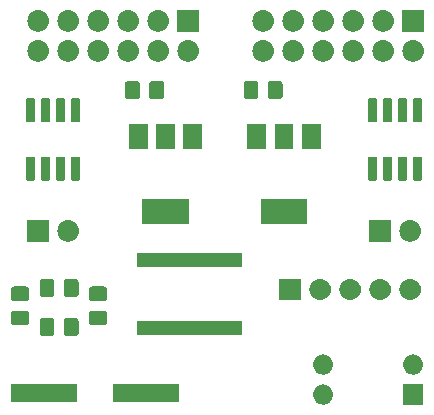
<source format=gbr>
G04 #@! TF.GenerationSoftware,KiCad,Pcbnew,5.1.4-e60b266~84~ubuntu19.04.1*
G04 #@! TF.CreationDate,2020-01-26T15:48:04+11:00*
G04 #@! TF.ProjectId,sid-board_ldo_supplies,7369642d-626f-4617-9264-5f6c646f5f73,rev?*
G04 #@! TF.SameCoordinates,Original*
G04 #@! TF.FileFunction,Soldermask,Top*
G04 #@! TF.FilePolarity,Negative*
%FSLAX46Y46*%
G04 Gerber Fmt 4.6, Leading zero omitted, Abs format (unit mm)*
G04 Created by KiCad (PCBNEW 5.1.4-e60b266~84~ubuntu19.04.1) date 2020-01-26 15:48:04*
%MOMM*%
%LPD*%
G04 APERTURE LIST*
%ADD10C,0.100000*%
G04 APERTURE END LIST*
D10*
G36*
X101181000Y-96736000D02*
G01*
X99479000Y-96736000D01*
X99479000Y-95034000D01*
X101181000Y-95034000D01*
X101181000Y-96736000D01*
X101181000Y-96736000D01*
G37*
G36*
X92876823Y-95046313D02*
G01*
X93037242Y-95094976D01*
X93169906Y-95165886D01*
X93185078Y-95173996D01*
X93314659Y-95280341D01*
X93421004Y-95409922D01*
X93421005Y-95409924D01*
X93500024Y-95557758D01*
X93548687Y-95718177D01*
X93565117Y-95885000D01*
X93548687Y-96051823D01*
X93500024Y-96212242D01*
X93429114Y-96344906D01*
X93421004Y-96360078D01*
X93314659Y-96489659D01*
X93185078Y-96596004D01*
X93185076Y-96596005D01*
X93037242Y-96675024D01*
X92876823Y-96723687D01*
X92751804Y-96736000D01*
X92668196Y-96736000D01*
X92543177Y-96723687D01*
X92382758Y-96675024D01*
X92234924Y-96596005D01*
X92234922Y-96596004D01*
X92105341Y-96489659D01*
X91998996Y-96360078D01*
X91990886Y-96344906D01*
X91919976Y-96212242D01*
X91871313Y-96051823D01*
X91854883Y-95885000D01*
X91871313Y-95718177D01*
X91919976Y-95557758D01*
X91998995Y-95409924D01*
X91998996Y-95409922D01*
X92105341Y-95280341D01*
X92234922Y-95173996D01*
X92250094Y-95165886D01*
X92382758Y-95094976D01*
X92543177Y-95046313D01*
X92668196Y-95034000D01*
X92751804Y-95034000D01*
X92876823Y-95046313D01*
X92876823Y-95046313D01*
G37*
G36*
X80525000Y-96559000D02*
G01*
X74923000Y-96559000D01*
X74923000Y-94957000D01*
X80525000Y-94957000D01*
X80525000Y-96559000D01*
X80525000Y-96559000D01*
G37*
G36*
X71889000Y-96559000D02*
G01*
X66287000Y-96559000D01*
X66287000Y-94957000D01*
X71889000Y-94957000D01*
X71889000Y-96559000D01*
X71889000Y-96559000D01*
G37*
G36*
X100496823Y-92506313D02*
G01*
X100657242Y-92554976D01*
X100789906Y-92625886D01*
X100805078Y-92633996D01*
X100934659Y-92740341D01*
X101041004Y-92869922D01*
X101041005Y-92869924D01*
X101120024Y-93017758D01*
X101168687Y-93178177D01*
X101185117Y-93345000D01*
X101168687Y-93511823D01*
X101120024Y-93672242D01*
X101049114Y-93804906D01*
X101041004Y-93820078D01*
X100934659Y-93949659D01*
X100805078Y-94056004D01*
X100805076Y-94056005D01*
X100657242Y-94135024D01*
X100496823Y-94183687D01*
X100371804Y-94196000D01*
X100288196Y-94196000D01*
X100163177Y-94183687D01*
X100002758Y-94135024D01*
X99854924Y-94056005D01*
X99854922Y-94056004D01*
X99725341Y-93949659D01*
X99618996Y-93820078D01*
X99610886Y-93804906D01*
X99539976Y-93672242D01*
X99491313Y-93511823D01*
X99474883Y-93345000D01*
X99491313Y-93178177D01*
X99539976Y-93017758D01*
X99618995Y-92869924D01*
X99618996Y-92869922D01*
X99725341Y-92740341D01*
X99854922Y-92633996D01*
X99870094Y-92625886D01*
X100002758Y-92554976D01*
X100163177Y-92506313D01*
X100288196Y-92494000D01*
X100371804Y-92494000D01*
X100496823Y-92506313D01*
X100496823Y-92506313D01*
G37*
G36*
X92876823Y-92506313D02*
G01*
X93037242Y-92554976D01*
X93169906Y-92625886D01*
X93185078Y-92633996D01*
X93314659Y-92740341D01*
X93421004Y-92869922D01*
X93421005Y-92869924D01*
X93500024Y-93017758D01*
X93548687Y-93178177D01*
X93565117Y-93345000D01*
X93548687Y-93511823D01*
X93500024Y-93672242D01*
X93429114Y-93804906D01*
X93421004Y-93820078D01*
X93314659Y-93949659D01*
X93185078Y-94056004D01*
X93185076Y-94056005D01*
X93037242Y-94135024D01*
X92876823Y-94183687D01*
X92751804Y-94196000D01*
X92668196Y-94196000D01*
X92543177Y-94183687D01*
X92382758Y-94135024D01*
X92234924Y-94056005D01*
X92234922Y-94056004D01*
X92105341Y-93949659D01*
X91998996Y-93820078D01*
X91990886Y-93804906D01*
X91919976Y-93672242D01*
X91871313Y-93511823D01*
X91854883Y-93345000D01*
X91871313Y-93178177D01*
X91919976Y-93017758D01*
X91998995Y-92869924D01*
X91998996Y-92869922D01*
X92105341Y-92740341D01*
X92234922Y-92633996D01*
X92250094Y-92625886D01*
X92382758Y-92554976D01*
X92543177Y-92506313D01*
X92668196Y-92494000D01*
X92751804Y-92494000D01*
X92876823Y-92506313D01*
X92876823Y-92506313D01*
G37*
G36*
X69796674Y-89423465D02*
G01*
X69834367Y-89434899D01*
X69869103Y-89453466D01*
X69899548Y-89478452D01*
X69924534Y-89508897D01*
X69943101Y-89543633D01*
X69954535Y-89581326D01*
X69959000Y-89626661D01*
X69959000Y-90713339D01*
X69954535Y-90758674D01*
X69943101Y-90796367D01*
X69924534Y-90831103D01*
X69899548Y-90861548D01*
X69869103Y-90886534D01*
X69834367Y-90905101D01*
X69796674Y-90916535D01*
X69751339Y-90921000D01*
X68914661Y-90921000D01*
X68869326Y-90916535D01*
X68831633Y-90905101D01*
X68796897Y-90886534D01*
X68766452Y-90861548D01*
X68741466Y-90831103D01*
X68722899Y-90796367D01*
X68711465Y-90758674D01*
X68707000Y-90713339D01*
X68707000Y-89626661D01*
X68711465Y-89581326D01*
X68722899Y-89543633D01*
X68741466Y-89508897D01*
X68766452Y-89478452D01*
X68796897Y-89453466D01*
X68831633Y-89434899D01*
X68869326Y-89423465D01*
X68914661Y-89419000D01*
X69751339Y-89419000D01*
X69796674Y-89423465D01*
X69796674Y-89423465D01*
G37*
G36*
X71846674Y-89423465D02*
G01*
X71884367Y-89434899D01*
X71919103Y-89453466D01*
X71949548Y-89478452D01*
X71974534Y-89508897D01*
X71993101Y-89543633D01*
X72004535Y-89581326D01*
X72009000Y-89626661D01*
X72009000Y-90713339D01*
X72004535Y-90758674D01*
X71993101Y-90796367D01*
X71974534Y-90831103D01*
X71949548Y-90861548D01*
X71919103Y-90886534D01*
X71884367Y-90905101D01*
X71846674Y-90916535D01*
X71801339Y-90921000D01*
X70964661Y-90921000D01*
X70919326Y-90916535D01*
X70881633Y-90905101D01*
X70846897Y-90886534D01*
X70816452Y-90861548D01*
X70791466Y-90831103D01*
X70772899Y-90796367D01*
X70761465Y-90758674D01*
X70757000Y-90713339D01*
X70757000Y-89626661D01*
X70761465Y-89581326D01*
X70772899Y-89543633D01*
X70791466Y-89508897D01*
X70816452Y-89478452D01*
X70846897Y-89453466D01*
X70881633Y-89434899D01*
X70919326Y-89423465D01*
X70964661Y-89419000D01*
X71801339Y-89419000D01*
X71846674Y-89423465D01*
X71846674Y-89423465D01*
G37*
G36*
X85883000Y-90827000D02*
G01*
X76931000Y-90827000D01*
X76931000Y-89625000D01*
X85883000Y-89625000D01*
X85883000Y-90827000D01*
X85883000Y-90827000D01*
G37*
G36*
X67644674Y-88795465D02*
G01*
X67682367Y-88806899D01*
X67717103Y-88825466D01*
X67747548Y-88850452D01*
X67772534Y-88880897D01*
X67791101Y-88915633D01*
X67802535Y-88953326D01*
X67807000Y-88998661D01*
X67807000Y-89835339D01*
X67802535Y-89880674D01*
X67791101Y-89918367D01*
X67772534Y-89953103D01*
X67747548Y-89983548D01*
X67717103Y-90008534D01*
X67682367Y-90027101D01*
X67644674Y-90038535D01*
X67599339Y-90043000D01*
X66512661Y-90043000D01*
X66467326Y-90038535D01*
X66429633Y-90027101D01*
X66394897Y-90008534D01*
X66364452Y-89983548D01*
X66339466Y-89953103D01*
X66320899Y-89918367D01*
X66309465Y-89880674D01*
X66305000Y-89835339D01*
X66305000Y-88998661D01*
X66309465Y-88953326D01*
X66320899Y-88915633D01*
X66339466Y-88880897D01*
X66364452Y-88850452D01*
X66394897Y-88825466D01*
X66429633Y-88806899D01*
X66467326Y-88795465D01*
X66512661Y-88791000D01*
X67599339Y-88791000D01*
X67644674Y-88795465D01*
X67644674Y-88795465D01*
G37*
G36*
X74248674Y-88795465D02*
G01*
X74286367Y-88806899D01*
X74321103Y-88825466D01*
X74351548Y-88850452D01*
X74376534Y-88880897D01*
X74395101Y-88915633D01*
X74406535Y-88953326D01*
X74411000Y-88998661D01*
X74411000Y-89835339D01*
X74406535Y-89880674D01*
X74395101Y-89918367D01*
X74376534Y-89953103D01*
X74351548Y-89983548D01*
X74321103Y-90008534D01*
X74286367Y-90027101D01*
X74248674Y-90038535D01*
X74203339Y-90043000D01*
X73116661Y-90043000D01*
X73071326Y-90038535D01*
X73033633Y-90027101D01*
X72998897Y-90008534D01*
X72968452Y-89983548D01*
X72943466Y-89953103D01*
X72924899Y-89918367D01*
X72913465Y-89880674D01*
X72909000Y-89835339D01*
X72909000Y-88998661D01*
X72913465Y-88953326D01*
X72924899Y-88915633D01*
X72943466Y-88880897D01*
X72968452Y-88850452D01*
X72998897Y-88825466D01*
X73033633Y-88806899D01*
X73071326Y-88795465D01*
X73116661Y-88791000D01*
X74203339Y-88791000D01*
X74248674Y-88795465D01*
X74248674Y-88795465D01*
G37*
G36*
X74248674Y-86745465D02*
G01*
X74286367Y-86756899D01*
X74321103Y-86775466D01*
X74351548Y-86800452D01*
X74376534Y-86830897D01*
X74395101Y-86865633D01*
X74406535Y-86903326D01*
X74411000Y-86948661D01*
X74411000Y-87785339D01*
X74406535Y-87830674D01*
X74395101Y-87868367D01*
X74376534Y-87903103D01*
X74351548Y-87933548D01*
X74321103Y-87958534D01*
X74286367Y-87977101D01*
X74248674Y-87988535D01*
X74203339Y-87993000D01*
X73116661Y-87993000D01*
X73071326Y-87988535D01*
X73033633Y-87977101D01*
X72998897Y-87958534D01*
X72968452Y-87933548D01*
X72943466Y-87903103D01*
X72924899Y-87868367D01*
X72913465Y-87830674D01*
X72909000Y-87785339D01*
X72909000Y-86948661D01*
X72913465Y-86903326D01*
X72924899Y-86865633D01*
X72943466Y-86830897D01*
X72968452Y-86800452D01*
X72998897Y-86775466D01*
X73033633Y-86756899D01*
X73071326Y-86745465D01*
X73116661Y-86741000D01*
X74203339Y-86741000D01*
X74248674Y-86745465D01*
X74248674Y-86745465D01*
G37*
G36*
X67644674Y-86745465D02*
G01*
X67682367Y-86756899D01*
X67717103Y-86775466D01*
X67747548Y-86800452D01*
X67772534Y-86830897D01*
X67791101Y-86865633D01*
X67802535Y-86903326D01*
X67807000Y-86948661D01*
X67807000Y-87785339D01*
X67802535Y-87830674D01*
X67791101Y-87868367D01*
X67772534Y-87903103D01*
X67747548Y-87933548D01*
X67717103Y-87958534D01*
X67682367Y-87977101D01*
X67644674Y-87988535D01*
X67599339Y-87993000D01*
X66512661Y-87993000D01*
X66467326Y-87988535D01*
X66429633Y-87977101D01*
X66394897Y-87958534D01*
X66364452Y-87933548D01*
X66339466Y-87903103D01*
X66320899Y-87868367D01*
X66309465Y-87830674D01*
X66305000Y-87785339D01*
X66305000Y-86948661D01*
X66309465Y-86903326D01*
X66320899Y-86865633D01*
X66339466Y-86830897D01*
X66364452Y-86800452D01*
X66394897Y-86775466D01*
X66429633Y-86756899D01*
X66467326Y-86745465D01*
X66512661Y-86741000D01*
X67599339Y-86741000D01*
X67644674Y-86745465D01*
X67644674Y-86745465D01*
G37*
G36*
X90817000Y-87896000D02*
G01*
X89015000Y-87896000D01*
X89015000Y-86094000D01*
X90817000Y-86094000D01*
X90817000Y-87896000D01*
X90817000Y-87896000D01*
G37*
G36*
X92566442Y-86100518D02*
G01*
X92632627Y-86107037D01*
X92802466Y-86158557D01*
X92958991Y-86242222D01*
X92994729Y-86271552D01*
X93096186Y-86354814D01*
X93179448Y-86456271D01*
X93208778Y-86492009D01*
X93292443Y-86648534D01*
X93343963Y-86818373D01*
X93361359Y-86995000D01*
X93343963Y-87171627D01*
X93292443Y-87341466D01*
X93292442Y-87341468D01*
X93261196Y-87399925D01*
X93208778Y-87497991D01*
X93208739Y-87498038D01*
X93096186Y-87635186D01*
X92994729Y-87718448D01*
X92958991Y-87747778D01*
X92802466Y-87831443D01*
X92632627Y-87882963D01*
X92566443Y-87889481D01*
X92500260Y-87896000D01*
X92411740Y-87896000D01*
X92345557Y-87889481D01*
X92279373Y-87882963D01*
X92109534Y-87831443D01*
X91953009Y-87747778D01*
X91917271Y-87718448D01*
X91815814Y-87635186D01*
X91703261Y-87498038D01*
X91703222Y-87497991D01*
X91650804Y-87399925D01*
X91619558Y-87341468D01*
X91619557Y-87341466D01*
X91568037Y-87171627D01*
X91550641Y-86995000D01*
X91568037Y-86818373D01*
X91619557Y-86648534D01*
X91703222Y-86492009D01*
X91732552Y-86456271D01*
X91815814Y-86354814D01*
X91917271Y-86271552D01*
X91953009Y-86242222D01*
X92109534Y-86158557D01*
X92279373Y-86107037D01*
X92345558Y-86100518D01*
X92411740Y-86094000D01*
X92500260Y-86094000D01*
X92566442Y-86100518D01*
X92566442Y-86100518D01*
G37*
G36*
X95106442Y-86100518D02*
G01*
X95172627Y-86107037D01*
X95342466Y-86158557D01*
X95498991Y-86242222D01*
X95534729Y-86271552D01*
X95636186Y-86354814D01*
X95719448Y-86456271D01*
X95748778Y-86492009D01*
X95832443Y-86648534D01*
X95883963Y-86818373D01*
X95901359Y-86995000D01*
X95883963Y-87171627D01*
X95832443Y-87341466D01*
X95832442Y-87341468D01*
X95801196Y-87399925D01*
X95748778Y-87497991D01*
X95748739Y-87498038D01*
X95636186Y-87635186D01*
X95534729Y-87718448D01*
X95498991Y-87747778D01*
X95342466Y-87831443D01*
X95172627Y-87882963D01*
X95106443Y-87889481D01*
X95040260Y-87896000D01*
X94951740Y-87896000D01*
X94885557Y-87889481D01*
X94819373Y-87882963D01*
X94649534Y-87831443D01*
X94493009Y-87747778D01*
X94457271Y-87718448D01*
X94355814Y-87635186D01*
X94243261Y-87498038D01*
X94243222Y-87497991D01*
X94190804Y-87399925D01*
X94159558Y-87341468D01*
X94159557Y-87341466D01*
X94108037Y-87171627D01*
X94090641Y-86995000D01*
X94108037Y-86818373D01*
X94159557Y-86648534D01*
X94243222Y-86492009D01*
X94272552Y-86456271D01*
X94355814Y-86354814D01*
X94457271Y-86271552D01*
X94493009Y-86242222D01*
X94649534Y-86158557D01*
X94819373Y-86107037D01*
X94885558Y-86100518D01*
X94951740Y-86094000D01*
X95040260Y-86094000D01*
X95106442Y-86100518D01*
X95106442Y-86100518D01*
G37*
G36*
X97646442Y-86100518D02*
G01*
X97712627Y-86107037D01*
X97882466Y-86158557D01*
X98038991Y-86242222D01*
X98074729Y-86271552D01*
X98176186Y-86354814D01*
X98259448Y-86456271D01*
X98288778Y-86492009D01*
X98372443Y-86648534D01*
X98423963Y-86818373D01*
X98441359Y-86995000D01*
X98423963Y-87171627D01*
X98372443Y-87341466D01*
X98372442Y-87341468D01*
X98341196Y-87399925D01*
X98288778Y-87497991D01*
X98288739Y-87498038D01*
X98176186Y-87635186D01*
X98074729Y-87718448D01*
X98038991Y-87747778D01*
X97882466Y-87831443D01*
X97712627Y-87882963D01*
X97646443Y-87889481D01*
X97580260Y-87896000D01*
X97491740Y-87896000D01*
X97425557Y-87889481D01*
X97359373Y-87882963D01*
X97189534Y-87831443D01*
X97033009Y-87747778D01*
X96997271Y-87718448D01*
X96895814Y-87635186D01*
X96783261Y-87498038D01*
X96783222Y-87497991D01*
X96730804Y-87399925D01*
X96699558Y-87341468D01*
X96699557Y-87341466D01*
X96648037Y-87171627D01*
X96630641Y-86995000D01*
X96648037Y-86818373D01*
X96699557Y-86648534D01*
X96783222Y-86492009D01*
X96812552Y-86456271D01*
X96895814Y-86354814D01*
X96997271Y-86271552D01*
X97033009Y-86242222D01*
X97189534Y-86158557D01*
X97359373Y-86107037D01*
X97425558Y-86100518D01*
X97491740Y-86094000D01*
X97580260Y-86094000D01*
X97646442Y-86100518D01*
X97646442Y-86100518D01*
G37*
G36*
X100186442Y-86100518D02*
G01*
X100252627Y-86107037D01*
X100422466Y-86158557D01*
X100578991Y-86242222D01*
X100614729Y-86271552D01*
X100716186Y-86354814D01*
X100799448Y-86456271D01*
X100828778Y-86492009D01*
X100912443Y-86648534D01*
X100963963Y-86818373D01*
X100981359Y-86995000D01*
X100963963Y-87171627D01*
X100912443Y-87341466D01*
X100912442Y-87341468D01*
X100881196Y-87399925D01*
X100828778Y-87497991D01*
X100828739Y-87498038D01*
X100716186Y-87635186D01*
X100614729Y-87718448D01*
X100578991Y-87747778D01*
X100422466Y-87831443D01*
X100252627Y-87882963D01*
X100186443Y-87889481D01*
X100120260Y-87896000D01*
X100031740Y-87896000D01*
X99965557Y-87889481D01*
X99899373Y-87882963D01*
X99729534Y-87831443D01*
X99573009Y-87747778D01*
X99537271Y-87718448D01*
X99435814Y-87635186D01*
X99323261Y-87498038D01*
X99323222Y-87497991D01*
X99270804Y-87399925D01*
X99239558Y-87341468D01*
X99239557Y-87341466D01*
X99188037Y-87171627D01*
X99170641Y-86995000D01*
X99188037Y-86818373D01*
X99239557Y-86648534D01*
X99323222Y-86492009D01*
X99352552Y-86456271D01*
X99435814Y-86354814D01*
X99537271Y-86271552D01*
X99573009Y-86242222D01*
X99729534Y-86158557D01*
X99899373Y-86107037D01*
X99965558Y-86100518D01*
X100031740Y-86094000D01*
X100120260Y-86094000D01*
X100186442Y-86100518D01*
X100186442Y-86100518D01*
G37*
G36*
X71846674Y-86121465D02*
G01*
X71884367Y-86132899D01*
X71919103Y-86151466D01*
X71949548Y-86176452D01*
X71974534Y-86206897D01*
X71993101Y-86241633D01*
X72004535Y-86279326D01*
X72009000Y-86324661D01*
X72009000Y-87411339D01*
X72004535Y-87456674D01*
X71993101Y-87494367D01*
X71974534Y-87529103D01*
X71949548Y-87559548D01*
X71919103Y-87584534D01*
X71884367Y-87603101D01*
X71846674Y-87614535D01*
X71801339Y-87619000D01*
X70964661Y-87619000D01*
X70919326Y-87614535D01*
X70881633Y-87603101D01*
X70846897Y-87584534D01*
X70816452Y-87559548D01*
X70791466Y-87529103D01*
X70772899Y-87494367D01*
X70761465Y-87456674D01*
X70757000Y-87411339D01*
X70757000Y-86324661D01*
X70761465Y-86279326D01*
X70772899Y-86241633D01*
X70791466Y-86206897D01*
X70816452Y-86176452D01*
X70846897Y-86151466D01*
X70881633Y-86132899D01*
X70919326Y-86121465D01*
X70964661Y-86117000D01*
X71801339Y-86117000D01*
X71846674Y-86121465D01*
X71846674Y-86121465D01*
G37*
G36*
X69796674Y-86121465D02*
G01*
X69834367Y-86132899D01*
X69869103Y-86151466D01*
X69899548Y-86176452D01*
X69924534Y-86206897D01*
X69943101Y-86241633D01*
X69954535Y-86279326D01*
X69959000Y-86324661D01*
X69959000Y-87411339D01*
X69954535Y-87456674D01*
X69943101Y-87494367D01*
X69924534Y-87529103D01*
X69899548Y-87559548D01*
X69869103Y-87584534D01*
X69834367Y-87603101D01*
X69796674Y-87614535D01*
X69751339Y-87619000D01*
X68914661Y-87619000D01*
X68869326Y-87614535D01*
X68831633Y-87603101D01*
X68796897Y-87584534D01*
X68766452Y-87559548D01*
X68741466Y-87529103D01*
X68722899Y-87494367D01*
X68711465Y-87456674D01*
X68707000Y-87411339D01*
X68707000Y-86324661D01*
X68711465Y-86279326D01*
X68722899Y-86241633D01*
X68741466Y-86206897D01*
X68766452Y-86176452D01*
X68796897Y-86151466D01*
X68831633Y-86132899D01*
X68869326Y-86121465D01*
X68914661Y-86117000D01*
X69751339Y-86117000D01*
X69796674Y-86121465D01*
X69796674Y-86121465D01*
G37*
G36*
X85883000Y-85127000D02*
G01*
X76931000Y-85127000D01*
X76931000Y-83925000D01*
X85883000Y-83925000D01*
X85883000Y-85127000D01*
X85883000Y-85127000D01*
G37*
G36*
X98437000Y-82943000D02*
G01*
X96635000Y-82943000D01*
X96635000Y-81141000D01*
X98437000Y-81141000D01*
X98437000Y-82943000D01*
X98437000Y-82943000D01*
G37*
G36*
X69481000Y-82943000D02*
G01*
X67679000Y-82943000D01*
X67679000Y-81141000D01*
X69481000Y-81141000D01*
X69481000Y-82943000D01*
X69481000Y-82943000D01*
G37*
G36*
X71230443Y-81147519D02*
G01*
X71296627Y-81154037D01*
X71466466Y-81205557D01*
X71622991Y-81289222D01*
X71658729Y-81318552D01*
X71760186Y-81401814D01*
X71843448Y-81503271D01*
X71872778Y-81539009D01*
X71956443Y-81695534D01*
X72007963Y-81865373D01*
X72025359Y-82042000D01*
X72007963Y-82218627D01*
X71956443Y-82388466D01*
X71872778Y-82544991D01*
X71843448Y-82580729D01*
X71760186Y-82682186D01*
X71658729Y-82765448D01*
X71622991Y-82794778D01*
X71466466Y-82878443D01*
X71296627Y-82929963D01*
X71230443Y-82936481D01*
X71164260Y-82943000D01*
X71075740Y-82943000D01*
X71009557Y-82936481D01*
X70943373Y-82929963D01*
X70773534Y-82878443D01*
X70617009Y-82794778D01*
X70581271Y-82765448D01*
X70479814Y-82682186D01*
X70396552Y-82580729D01*
X70367222Y-82544991D01*
X70283557Y-82388466D01*
X70232037Y-82218627D01*
X70214641Y-82042000D01*
X70232037Y-81865373D01*
X70283557Y-81695534D01*
X70367222Y-81539009D01*
X70396552Y-81503271D01*
X70479814Y-81401814D01*
X70581271Y-81318552D01*
X70617009Y-81289222D01*
X70773534Y-81205557D01*
X70943373Y-81154037D01*
X71009557Y-81147519D01*
X71075740Y-81141000D01*
X71164260Y-81141000D01*
X71230443Y-81147519D01*
X71230443Y-81147519D01*
G37*
G36*
X100186443Y-81147519D02*
G01*
X100252627Y-81154037D01*
X100422466Y-81205557D01*
X100578991Y-81289222D01*
X100614729Y-81318552D01*
X100716186Y-81401814D01*
X100799448Y-81503271D01*
X100828778Y-81539009D01*
X100912443Y-81695534D01*
X100963963Y-81865373D01*
X100981359Y-82042000D01*
X100963963Y-82218627D01*
X100912443Y-82388466D01*
X100828778Y-82544991D01*
X100799448Y-82580729D01*
X100716186Y-82682186D01*
X100614729Y-82765448D01*
X100578991Y-82794778D01*
X100422466Y-82878443D01*
X100252627Y-82929963D01*
X100186443Y-82936481D01*
X100120260Y-82943000D01*
X100031740Y-82943000D01*
X99965557Y-82936481D01*
X99899373Y-82929963D01*
X99729534Y-82878443D01*
X99573009Y-82794778D01*
X99537271Y-82765448D01*
X99435814Y-82682186D01*
X99352552Y-82580729D01*
X99323222Y-82544991D01*
X99239557Y-82388466D01*
X99188037Y-82218627D01*
X99170641Y-82042000D01*
X99188037Y-81865373D01*
X99239557Y-81695534D01*
X99323222Y-81539009D01*
X99352552Y-81503271D01*
X99435814Y-81401814D01*
X99537271Y-81318552D01*
X99573009Y-81289222D01*
X99729534Y-81205557D01*
X99899373Y-81154037D01*
X99965557Y-81147519D01*
X100031740Y-81141000D01*
X100120260Y-81141000D01*
X100186443Y-81147519D01*
X100186443Y-81147519D01*
G37*
G36*
X81326000Y-81417000D02*
G01*
X77424000Y-81417000D01*
X77424000Y-79315000D01*
X81326000Y-79315000D01*
X81326000Y-81417000D01*
X81326000Y-81417000D01*
G37*
G36*
X91359000Y-81417000D02*
G01*
X87457000Y-81417000D01*
X87457000Y-79315000D01*
X91359000Y-79315000D01*
X91359000Y-81417000D01*
X91359000Y-81417000D01*
G37*
G36*
X70744928Y-75746764D02*
G01*
X70766009Y-75753160D01*
X70785445Y-75763548D01*
X70802476Y-75777524D01*
X70816452Y-75794555D01*
X70826840Y-75813991D01*
X70833236Y-75835072D01*
X70836000Y-75863140D01*
X70836000Y-77676860D01*
X70833236Y-77704928D01*
X70826840Y-77726009D01*
X70816452Y-77745445D01*
X70802476Y-77762476D01*
X70785445Y-77776452D01*
X70766009Y-77786840D01*
X70744928Y-77793236D01*
X70716860Y-77796000D01*
X70253140Y-77796000D01*
X70225072Y-77793236D01*
X70203991Y-77786840D01*
X70184555Y-77776452D01*
X70167524Y-77762476D01*
X70153548Y-77745445D01*
X70143160Y-77726009D01*
X70136764Y-77704928D01*
X70134000Y-77676860D01*
X70134000Y-75863140D01*
X70136764Y-75835072D01*
X70143160Y-75813991D01*
X70153548Y-75794555D01*
X70167524Y-75777524D01*
X70184555Y-75763548D01*
X70203991Y-75753160D01*
X70225072Y-75746764D01*
X70253140Y-75744000D01*
X70716860Y-75744000D01*
X70744928Y-75746764D01*
X70744928Y-75746764D01*
G37*
G36*
X100970928Y-75746764D02*
G01*
X100992009Y-75753160D01*
X101011445Y-75763548D01*
X101028476Y-75777524D01*
X101042452Y-75794555D01*
X101052840Y-75813991D01*
X101059236Y-75835072D01*
X101062000Y-75863140D01*
X101062000Y-77676860D01*
X101059236Y-77704928D01*
X101052840Y-77726009D01*
X101042452Y-77745445D01*
X101028476Y-77762476D01*
X101011445Y-77776452D01*
X100992009Y-77786840D01*
X100970928Y-77793236D01*
X100942860Y-77796000D01*
X100479140Y-77796000D01*
X100451072Y-77793236D01*
X100429991Y-77786840D01*
X100410555Y-77776452D01*
X100393524Y-77762476D01*
X100379548Y-77745445D01*
X100369160Y-77726009D01*
X100362764Y-77704928D01*
X100360000Y-77676860D01*
X100360000Y-75863140D01*
X100362764Y-75835072D01*
X100369160Y-75813991D01*
X100379548Y-75794555D01*
X100393524Y-75777524D01*
X100410555Y-75763548D01*
X100429991Y-75753160D01*
X100451072Y-75746764D01*
X100479140Y-75744000D01*
X100942860Y-75744000D01*
X100970928Y-75746764D01*
X100970928Y-75746764D01*
G37*
G36*
X99700928Y-75746764D02*
G01*
X99722009Y-75753160D01*
X99741445Y-75763548D01*
X99758476Y-75777524D01*
X99772452Y-75794555D01*
X99782840Y-75813991D01*
X99789236Y-75835072D01*
X99792000Y-75863140D01*
X99792000Y-77676860D01*
X99789236Y-77704928D01*
X99782840Y-77726009D01*
X99772452Y-77745445D01*
X99758476Y-77762476D01*
X99741445Y-77776452D01*
X99722009Y-77786840D01*
X99700928Y-77793236D01*
X99672860Y-77796000D01*
X99209140Y-77796000D01*
X99181072Y-77793236D01*
X99159991Y-77786840D01*
X99140555Y-77776452D01*
X99123524Y-77762476D01*
X99109548Y-77745445D01*
X99099160Y-77726009D01*
X99092764Y-77704928D01*
X99090000Y-77676860D01*
X99090000Y-75863140D01*
X99092764Y-75835072D01*
X99099160Y-75813991D01*
X99109548Y-75794555D01*
X99123524Y-75777524D01*
X99140555Y-75763548D01*
X99159991Y-75753160D01*
X99181072Y-75746764D01*
X99209140Y-75744000D01*
X99672860Y-75744000D01*
X99700928Y-75746764D01*
X99700928Y-75746764D01*
G37*
G36*
X98430928Y-75746764D02*
G01*
X98452009Y-75753160D01*
X98471445Y-75763548D01*
X98488476Y-75777524D01*
X98502452Y-75794555D01*
X98512840Y-75813991D01*
X98519236Y-75835072D01*
X98522000Y-75863140D01*
X98522000Y-77676860D01*
X98519236Y-77704928D01*
X98512840Y-77726009D01*
X98502452Y-77745445D01*
X98488476Y-77762476D01*
X98471445Y-77776452D01*
X98452009Y-77786840D01*
X98430928Y-77793236D01*
X98402860Y-77796000D01*
X97939140Y-77796000D01*
X97911072Y-77793236D01*
X97889991Y-77786840D01*
X97870555Y-77776452D01*
X97853524Y-77762476D01*
X97839548Y-77745445D01*
X97829160Y-77726009D01*
X97822764Y-77704928D01*
X97820000Y-77676860D01*
X97820000Y-75863140D01*
X97822764Y-75835072D01*
X97829160Y-75813991D01*
X97839548Y-75794555D01*
X97853524Y-75777524D01*
X97870555Y-75763548D01*
X97889991Y-75753160D01*
X97911072Y-75746764D01*
X97939140Y-75744000D01*
X98402860Y-75744000D01*
X98430928Y-75746764D01*
X98430928Y-75746764D01*
G37*
G36*
X97160928Y-75746764D02*
G01*
X97182009Y-75753160D01*
X97201445Y-75763548D01*
X97218476Y-75777524D01*
X97232452Y-75794555D01*
X97242840Y-75813991D01*
X97249236Y-75835072D01*
X97252000Y-75863140D01*
X97252000Y-77676860D01*
X97249236Y-77704928D01*
X97242840Y-77726009D01*
X97232452Y-77745445D01*
X97218476Y-77762476D01*
X97201445Y-77776452D01*
X97182009Y-77786840D01*
X97160928Y-77793236D01*
X97132860Y-77796000D01*
X96669140Y-77796000D01*
X96641072Y-77793236D01*
X96619991Y-77786840D01*
X96600555Y-77776452D01*
X96583524Y-77762476D01*
X96569548Y-77745445D01*
X96559160Y-77726009D01*
X96552764Y-77704928D01*
X96550000Y-77676860D01*
X96550000Y-75863140D01*
X96552764Y-75835072D01*
X96559160Y-75813991D01*
X96569548Y-75794555D01*
X96583524Y-75777524D01*
X96600555Y-75763548D01*
X96619991Y-75753160D01*
X96641072Y-75746764D01*
X96669140Y-75744000D01*
X97132860Y-75744000D01*
X97160928Y-75746764D01*
X97160928Y-75746764D01*
G37*
G36*
X69474928Y-75746764D02*
G01*
X69496009Y-75753160D01*
X69515445Y-75763548D01*
X69532476Y-75777524D01*
X69546452Y-75794555D01*
X69556840Y-75813991D01*
X69563236Y-75835072D01*
X69566000Y-75863140D01*
X69566000Y-77676860D01*
X69563236Y-77704928D01*
X69556840Y-77726009D01*
X69546452Y-77745445D01*
X69532476Y-77762476D01*
X69515445Y-77776452D01*
X69496009Y-77786840D01*
X69474928Y-77793236D01*
X69446860Y-77796000D01*
X68983140Y-77796000D01*
X68955072Y-77793236D01*
X68933991Y-77786840D01*
X68914555Y-77776452D01*
X68897524Y-77762476D01*
X68883548Y-77745445D01*
X68873160Y-77726009D01*
X68866764Y-77704928D01*
X68864000Y-77676860D01*
X68864000Y-75863140D01*
X68866764Y-75835072D01*
X68873160Y-75813991D01*
X68883548Y-75794555D01*
X68897524Y-75777524D01*
X68914555Y-75763548D01*
X68933991Y-75753160D01*
X68955072Y-75746764D01*
X68983140Y-75744000D01*
X69446860Y-75744000D01*
X69474928Y-75746764D01*
X69474928Y-75746764D01*
G37*
G36*
X72014928Y-75746764D02*
G01*
X72036009Y-75753160D01*
X72055445Y-75763548D01*
X72072476Y-75777524D01*
X72086452Y-75794555D01*
X72096840Y-75813991D01*
X72103236Y-75835072D01*
X72106000Y-75863140D01*
X72106000Y-77676860D01*
X72103236Y-77704928D01*
X72096840Y-77726009D01*
X72086452Y-77745445D01*
X72072476Y-77762476D01*
X72055445Y-77776452D01*
X72036009Y-77786840D01*
X72014928Y-77793236D01*
X71986860Y-77796000D01*
X71523140Y-77796000D01*
X71495072Y-77793236D01*
X71473991Y-77786840D01*
X71454555Y-77776452D01*
X71437524Y-77762476D01*
X71423548Y-77745445D01*
X71413160Y-77726009D01*
X71406764Y-77704928D01*
X71404000Y-77676860D01*
X71404000Y-75863140D01*
X71406764Y-75835072D01*
X71413160Y-75813991D01*
X71423548Y-75794555D01*
X71437524Y-75777524D01*
X71454555Y-75763548D01*
X71473991Y-75753160D01*
X71495072Y-75746764D01*
X71523140Y-75744000D01*
X71986860Y-75744000D01*
X72014928Y-75746764D01*
X72014928Y-75746764D01*
G37*
G36*
X68204928Y-75746764D02*
G01*
X68226009Y-75753160D01*
X68245445Y-75763548D01*
X68262476Y-75777524D01*
X68276452Y-75794555D01*
X68286840Y-75813991D01*
X68293236Y-75835072D01*
X68296000Y-75863140D01*
X68296000Y-77676860D01*
X68293236Y-77704928D01*
X68286840Y-77726009D01*
X68276452Y-77745445D01*
X68262476Y-77762476D01*
X68245445Y-77776452D01*
X68226009Y-77786840D01*
X68204928Y-77793236D01*
X68176860Y-77796000D01*
X67713140Y-77796000D01*
X67685072Y-77793236D01*
X67663991Y-77786840D01*
X67644555Y-77776452D01*
X67627524Y-77762476D01*
X67613548Y-77745445D01*
X67603160Y-77726009D01*
X67596764Y-77704928D01*
X67594000Y-77676860D01*
X67594000Y-75863140D01*
X67596764Y-75835072D01*
X67603160Y-75813991D01*
X67613548Y-75794555D01*
X67627524Y-75777524D01*
X67644555Y-75763548D01*
X67663991Y-75753160D01*
X67685072Y-75746764D01*
X67713140Y-75744000D01*
X68176860Y-75744000D01*
X68204928Y-75746764D01*
X68204928Y-75746764D01*
G37*
G36*
X77876000Y-75117000D02*
G01*
X76274000Y-75117000D01*
X76274000Y-73015000D01*
X77876000Y-73015000D01*
X77876000Y-75117000D01*
X77876000Y-75117000D01*
G37*
G36*
X80176000Y-75117000D02*
G01*
X78574000Y-75117000D01*
X78574000Y-73015000D01*
X80176000Y-73015000D01*
X80176000Y-75117000D01*
X80176000Y-75117000D01*
G37*
G36*
X82476000Y-75117000D02*
G01*
X80874000Y-75117000D01*
X80874000Y-73015000D01*
X82476000Y-73015000D01*
X82476000Y-75117000D01*
X82476000Y-75117000D01*
G37*
G36*
X92509000Y-75117000D02*
G01*
X90907000Y-75117000D01*
X90907000Y-73015000D01*
X92509000Y-73015000D01*
X92509000Y-75117000D01*
X92509000Y-75117000D01*
G37*
G36*
X90209000Y-75117000D02*
G01*
X88607000Y-75117000D01*
X88607000Y-73015000D01*
X90209000Y-73015000D01*
X90209000Y-75117000D01*
X90209000Y-75117000D01*
G37*
G36*
X87909000Y-75117000D02*
G01*
X86307000Y-75117000D01*
X86307000Y-73015000D01*
X87909000Y-73015000D01*
X87909000Y-75117000D01*
X87909000Y-75117000D01*
G37*
G36*
X97160928Y-70796764D02*
G01*
X97182009Y-70803160D01*
X97201445Y-70813548D01*
X97218476Y-70827524D01*
X97232452Y-70844555D01*
X97242840Y-70863991D01*
X97249236Y-70885072D01*
X97252000Y-70913140D01*
X97252000Y-72726860D01*
X97249236Y-72754928D01*
X97242840Y-72776009D01*
X97232452Y-72795445D01*
X97218476Y-72812476D01*
X97201445Y-72826452D01*
X97182009Y-72836840D01*
X97160928Y-72843236D01*
X97132860Y-72846000D01*
X96669140Y-72846000D01*
X96641072Y-72843236D01*
X96619991Y-72836840D01*
X96600555Y-72826452D01*
X96583524Y-72812476D01*
X96569548Y-72795445D01*
X96559160Y-72776009D01*
X96552764Y-72754928D01*
X96550000Y-72726860D01*
X96550000Y-70913140D01*
X96552764Y-70885072D01*
X96559160Y-70863991D01*
X96569548Y-70844555D01*
X96583524Y-70827524D01*
X96600555Y-70813548D01*
X96619991Y-70803160D01*
X96641072Y-70796764D01*
X96669140Y-70794000D01*
X97132860Y-70794000D01*
X97160928Y-70796764D01*
X97160928Y-70796764D01*
G37*
G36*
X68204928Y-70796764D02*
G01*
X68226009Y-70803160D01*
X68245445Y-70813548D01*
X68262476Y-70827524D01*
X68276452Y-70844555D01*
X68286840Y-70863991D01*
X68293236Y-70885072D01*
X68296000Y-70913140D01*
X68296000Y-72726860D01*
X68293236Y-72754928D01*
X68286840Y-72776009D01*
X68276452Y-72795445D01*
X68262476Y-72812476D01*
X68245445Y-72826452D01*
X68226009Y-72836840D01*
X68204928Y-72843236D01*
X68176860Y-72846000D01*
X67713140Y-72846000D01*
X67685072Y-72843236D01*
X67663991Y-72836840D01*
X67644555Y-72826452D01*
X67627524Y-72812476D01*
X67613548Y-72795445D01*
X67603160Y-72776009D01*
X67596764Y-72754928D01*
X67594000Y-72726860D01*
X67594000Y-70913140D01*
X67596764Y-70885072D01*
X67603160Y-70863991D01*
X67613548Y-70844555D01*
X67627524Y-70827524D01*
X67644555Y-70813548D01*
X67663991Y-70803160D01*
X67685072Y-70796764D01*
X67713140Y-70794000D01*
X68176860Y-70794000D01*
X68204928Y-70796764D01*
X68204928Y-70796764D01*
G37*
G36*
X69474928Y-70796764D02*
G01*
X69496009Y-70803160D01*
X69515445Y-70813548D01*
X69532476Y-70827524D01*
X69546452Y-70844555D01*
X69556840Y-70863991D01*
X69563236Y-70885072D01*
X69566000Y-70913140D01*
X69566000Y-72726860D01*
X69563236Y-72754928D01*
X69556840Y-72776009D01*
X69546452Y-72795445D01*
X69532476Y-72812476D01*
X69515445Y-72826452D01*
X69496009Y-72836840D01*
X69474928Y-72843236D01*
X69446860Y-72846000D01*
X68983140Y-72846000D01*
X68955072Y-72843236D01*
X68933991Y-72836840D01*
X68914555Y-72826452D01*
X68897524Y-72812476D01*
X68883548Y-72795445D01*
X68873160Y-72776009D01*
X68866764Y-72754928D01*
X68864000Y-72726860D01*
X68864000Y-70913140D01*
X68866764Y-70885072D01*
X68873160Y-70863991D01*
X68883548Y-70844555D01*
X68897524Y-70827524D01*
X68914555Y-70813548D01*
X68933991Y-70803160D01*
X68955072Y-70796764D01*
X68983140Y-70794000D01*
X69446860Y-70794000D01*
X69474928Y-70796764D01*
X69474928Y-70796764D01*
G37*
G36*
X70744928Y-70796764D02*
G01*
X70766009Y-70803160D01*
X70785445Y-70813548D01*
X70802476Y-70827524D01*
X70816452Y-70844555D01*
X70826840Y-70863991D01*
X70833236Y-70885072D01*
X70836000Y-70913140D01*
X70836000Y-72726860D01*
X70833236Y-72754928D01*
X70826840Y-72776009D01*
X70816452Y-72795445D01*
X70802476Y-72812476D01*
X70785445Y-72826452D01*
X70766009Y-72836840D01*
X70744928Y-72843236D01*
X70716860Y-72846000D01*
X70253140Y-72846000D01*
X70225072Y-72843236D01*
X70203991Y-72836840D01*
X70184555Y-72826452D01*
X70167524Y-72812476D01*
X70153548Y-72795445D01*
X70143160Y-72776009D01*
X70136764Y-72754928D01*
X70134000Y-72726860D01*
X70134000Y-70913140D01*
X70136764Y-70885072D01*
X70143160Y-70863991D01*
X70153548Y-70844555D01*
X70167524Y-70827524D01*
X70184555Y-70813548D01*
X70203991Y-70803160D01*
X70225072Y-70796764D01*
X70253140Y-70794000D01*
X70716860Y-70794000D01*
X70744928Y-70796764D01*
X70744928Y-70796764D01*
G37*
G36*
X99700928Y-70796764D02*
G01*
X99722009Y-70803160D01*
X99741445Y-70813548D01*
X99758476Y-70827524D01*
X99772452Y-70844555D01*
X99782840Y-70863991D01*
X99789236Y-70885072D01*
X99792000Y-70913140D01*
X99792000Y-72726860D01*
X99789236Y-72754928D01*
X99782840Y-72776009D01*
X99772452Y-72795445D01*
X99758476Y-72812476D01*
X99741445Y-72826452D01*
X99722009Y-72836840D01*
X99700928Y-72843236D01*
X99672860Y-72846000D01*
X99209140Y-72846000D01*
X99181072Y-72843236D01*
X99159991Y-72836840D01*
X99140555Y-72826452D01*
X99123524Y-72812476D01*
X99109548Y-72795445D01*
X99099160Y-72776009D01*
X99092764Y-72754928D01*
X99090000Y-72726860D01*
X99090000Y-70913140D01*
X99092764Y-70885072D01*
X99099160Y-70863991D01*
X99109548Y-70844555D01*
X99123524Y-70827524D01*
X99140555Y-70813548D01*
X99159991Y-70803160D01*
X99181072Y-70796764D01*
X99209140Y-70794000D01*
X99672860Y-70794000D01*
X99700928Y-70796764D01*
X99700928Y-70796764D01*
G37*
G36*
X100970928Y-70796764D02*
G01*
X100992009Y-70803160D01*
X101011445Y-70813548D01*
X101028476Y-70827524D01*
X101042452Y-70844555D01*
X101052840Y-70863991D01*
X101059236Y-70885072D01*
X101062000Y-70913140D01*
X101062000Y-72726860D01*
X101059236Y-72754928D01*
X101052840Y-72776009D01*
X101042452Y-72795445D01*
X101028476Y-72812476D01*
X101011445Y-72826452D01*
X100992009Y-72836840D01*
X100970928Y-72843236D01*
X100942860Y-72846000D01*
X100479140Y-72846000D01*
X100451072Y-72843236D01*
X100429991Y-72836840D01*
X100410555Y-72826452D01*
X100393524Y-72812476D01*
X100379548Y-72795445D01*
X100369160Y-72776009D01*
X100362764Y-72754928D01*
X100360000Y-72726860D01*
X100360000Y-70913140D01*
X100362764Y-70885072D01*
X100369160Y-70863991D01*
X100379548Y-70844555D01*
X100393524Y-70827524D01*
X100410555Y-70813548D01*
X100429991Y-70803160D01*
X100451072Y-70796764D01*
X100479140Y-70794000D01*
X100942860Y-70794000D01*
X100970928Y-70796764D01*
X100970928Y-70796764D01*
G37*
G36*
X98430928Y-70796764D02*
G01*
X98452009Y-70803160D01*
X98471445Y-70813548D01*
X98488476Y-70827524D01*
X98502452Y-70844555D01*
X98512840Y-70863991D01*
X98519236Y-70885072D01*
X98522000Y-70913140D01*
X98522000Y-72726860D01*
X98519236Y-72754928D01*
X98512840Y-72776009D01*
X98502452Y-72795445D01*
X98488476Y-72812476D01*
X98471445Y-72826452D01*
X98452009Y-72836840D01*
X98430928Y-72843236D01*
X98402860Y-72846000D01*
X97939140Y-72846000D01*
X97911072Y-72843236D01*
X97889991Y-72836840D01*
X97870555Y-72826452D01*
X97853524Y-72812476D01*
X97839548Y-72795445D01*
X97829160Y-72776009D01*
X97822764Y-72754928D01*
X97820000Y-72726860D01*
X97820000Y-70913140D01*
X97822764Y-70885072D01*
X97829160Y-70863991D01*
X97839548Y-70844555D01*
X97853524Y-70827524D01*
X97870555Y-70813548D01*
X97889991Y-70803160D01*
X97911072Y-70796764D01*
X97939140Y-70794000D01*
X98402860Y-70794000D01*
X98430928Y-70796764D01*
X98430928Y-70796764D01*
G37*
G36*
X72014928Y-70796764D02*
G01*
X72036009Y-70803160D01*
X72055445Y-70813548D01*
X72072476Y-70827524D01*
X72086452Y-70844555D01*
X72096840Y-70863991D01*
X72103236Y-70885072D01*
X72106000Y-70913140D01*
X72106000Y-72726860D01*
X72103236Y-72754928D01*
X72096840Y-72776009D01*
X72086452Y-72795445D01*
X72072476Y-72812476D01*
X72055445Y-72826452D01*
X72036009Y-72836840D01*
X72014928Y-72843236D01*
X71986860Y-72846000D01*
X71523140Y-72846000D01*
X71495072Y-72843236D01*
X71473991Y-72836840D01*
X71454555Y-72826452D01*
X71437524Y-72812476D01*
X71423548Y-72795445D01*
X71413160Y-72776009D01*
X71406764Y-72754928D01*
X71404000Y-72726860D01*
X71404000Y-70913140D01*
X71406764Y-70885072D01*
X71413160Y-70863991D01*
X71423548Y-70844555D01*
X71437524Y-70827524D01*
X71454555Y-70813548D01*
X71473991Y-70803160D01*
X71495072Y-70796764D01*
X71523140Y-70794000D01*
X71986860Y-70794000D01*
X72014928Y-70796764D01*
X72014928Y-70796764D01*
G37*
G36*
X77035674Y-69357465D02*
G01*
X77073367Y-69368899D01*
X77108103Y-69387466D01*
X77138548Y-69412452D01*
X77163534Y-69442897D01*
X77182101Y-69477633D01*
X77193535Y-69515326D01*
X77198000Y-69560661D01*
X77198000Y-70647339D01*
X77193535Y-70692674D01*
X77182101Y-70730367D01*
X77163534Y-70765103D01*
X77138548Y-70795548D01*
X77108103Y-70820534D01*
X77073367Y-70839101D01*
X77035674Y-70850535D01*
X76990339Y-70855000D01*
X76153661Y-70855000D01*
X76108326Y-70850535D01*
X76070633Y-70839101D01*
X76035897Y-70820534D01*
X76005452Y-70795548D01*
X75980466Y-70765103D01*
X75961899Y-70730367D01*
X75950465Y-70692674D01*
X75946000Y-70647339D01*
X75946000Y-69560661D01*
X75950465Y-69515326D01*
X75961899Y-69477633D01*
X75980466Y-69442897D01*
X76005452Y-69412452D01*
X76035897Y-69387466D01*
X76070633Y-69368899D01*
X76108326Y-69357465D01*
X76153661Y-69353000D01*
X76990339Y-69353000D01*
X77035674Y-69357465D01*
X77035674Y-69357465D01*
G37*
G36*
X79085674Y-69357465D02*
G01*
X79123367Y-69368899D01*
X79158103Y-69387466D01*
X79188548Y-69412452D01*
X79213534Y-69442897D01*
X79232101Y-69477633D01*
X79243535Y-69515326D01*
X79248000Y-69560661D01*
X79248000Y-70647339D01*
X79243535Y-70692674D01*
X79232101Y-70730367D01*
X79213534Y-70765103D01*
X79188548Y-70795548D01*
X79158103Y-70820534D01*
X79123367Y-70839101D01*
X79085674Y-70850535D01*
X79040339Y-70855000D01*
X78203661Y-70855000D01*
X78158326Y-70850535D01*
X78120633Y-70839101D01*
X78085897Y-70820534D01*
X78055452Y-70795548D01*
X78030466Y-70765103D01*
X78011899Y-70730367D01*
X78000465Y-70692674D01*
X77996000Y-70647339D01*
X77996000Y-69560661D01*
X78000465Y-69515326D01*
X78011899Y-69477633D01*
X78030466Y-69442897D01*
X78055452Y-69412452D01*
X78085897Y-69387466D01*
X78120633Y-69368899D01*
X78158326Y-69357465D01*
X78203661Y-69353000D01*
X79040339Y-69353000D01*
X79085674Y-69357465D01*
X79085674Y-69357465D01*
G37*
G36*
X87068674Y-69357465D02*
G01*
X87106367Y-69368899D01*
X87141103Y-69387466D01*
X87171548Y-69412452D01*
X87196534Y-69442897D01*
X87215101Y-69477633D01*
X87226535Y-69515326D01*
X87231000Y-69560661D01*
X87231000Y-70647339D01*
X87226535Y-70692674D01*
X87215101Y-70730367D01*
X87196534Y-70765103D01*
X87171548Y-70795548D01*
X87141103Y-70820534D01*
X87106367Y-70839101D01*
X87068674Y-70850535D01*
X87023339Y-70855000D01*
X86186661Y-70855000D01*
X86141326Y-70850535D01*
X86103633Y-70839101D01*
X86068897Y-70820534D01*
X86038452Y-70795548D01*
X86013466Y-70765103D01*
X85994899Y-70730367D01*
X85983465Y-70692674D01*
X85979000Y-70647339D01*
X85979000Y-69560661D01*
X85983465Y-69515326D01*
X85994899Y-69477633D01*
X86013466Y-69442897D01*
X86038452Y-69412452D01*
X86068897Y-69387466D01*
X86103633Y-69368899D01*
X86141326Y-69357465D01*
X86186661Y-69353000D01*
X87023339Y-69353000D01*
X87068674Y-69357465D01*
X87068674Y-69357465D01*
G37*
G36*
X89118674Y-69357465D02*
G01*
X89156367Y-69368899D01*
X89191103Y-69387466D01*
X89221548Y-69412452D01*
X89246534Y-69442897D01*
X89265101Y-69477633D01*
X89276535Y-69515326D01*
X89281000Y-69560661D01*
X89281000Y-70647339D01*
X89276535Y-70692674D01*
X89265101Y-70730367D01*
X89246534Y-70765103D01*
X89221548Y-70795548D01*
X89191103Y-70820534D01*
X89156367Y-70839101D01*
X89118674Y-70850535D01*
X89073339Y-70855000D01*
X88236661Y-70855000D01*
X88191326Y-70850535D01*
X88153633Y-70839101D01*
X88118897Y-70820534D01*
X88088452Y-70795548D01*
X88063466Y-70765103D01*
X88044899Y-70730367D01*
X88033465Y-70692674D01*
X88029000Y-70647339D01*
X88029000Y-69560661D01*
X88033465Y-69515326D01*
X88044899Y-69477633D01*
X88063466Y-69442897D01*
X88088452Y-69412452D01*
X88118897Y-69387466D01*
X88153633Y-69368899D01*
X88191326Y-69357465D01*
X88236661Y-69353000D01*
X89073339Y-69353000D01*
X89118674Y-69357465D01*
X89118674Y-69357465D01*
G37*
G36*
X87740443Y-65907519D02*
G01*
X87806627Y-65914037D01*
X87976466Y-65965557D01*
X88132991Y-66049222D01*
X88168729Y-66078552D01*
X88270186Y-66161814D01*
X88353448Y-66263271D01*
X88382778Y-66299009D01*
X88466443Y-66455534D01*
X88517963Y-66625373D01*
X88535359Y-66802000D01*
X88517963Y-66978627D01*
X88466443Y-67148466D01*
X88382778Y-67304991D01*
X88353448Y-67340729D01*
X88270186Y-67442186D01*
X88168729Y-67525448D01*
X88132991Y-67554778D01*
X87976466Y-67638443D01*
X87806627Y-67689963D01*
X87740442Y-67696482D01*
X87674260Y-67703000D01*
X87585740Y-67703000D01*
X87519558Y-67696482D01*
X87453373Y-67689963D01*
X87283534Y-67638443D01*
X87127009Y-67554778D01*
X87091271Y-67525448D01*
X86989814Y-67442186D01*
X86906552Y-67340729D01*
X86877222Y-67304991D01*
X86793557Y-67148466D01*
X86742037Y-66978627D01*
X86724641Y-66802000D01*
X86742037Y-66625373D01*
X86793557Y-66455534D01*
X86877222Y-66299009D01*
X86906552Y-66263271D01*
X86989814Y-66161814D01*
X87091271Y-66078552D01*
X87127009Y-66049222D01*
X87283534Y-65965557D01*
X87453373Y-65914037D01*
X87519557Y-65907519D01*
X87585740Y-65901000D01*
X87674260Y-65901000D01*
X87740443Y-65907519D01*
X87740443Y-65907519D01*
G37*
G36*
X100440443Y-65907519D02*
G01*
X100506627Y-65914037D01*
X100676466Y-65965557D01*
X100832991Y-66049222D01*
X100868729Y-66078552D01*
X100970186Y-66161814D01*
X101053448Y-66263271D01*
X101082778Y-66299009D01*
X101166443Y-66455534D01*
X101217963Y-66625373D01*
X101235359Y-66802000D01*
X101217963Y-66978627D01*
X101166443Y-67148466D01*
X101082778Y-67304991D01*
X101053448Y-67340729D01*
X100970186Y-67442186D01*
X100868729Y-67525448D01*
X100832991Y-67554778D01*
X100676466Y-67638443D01*
X100506627Y-67689963D01*
X100440442Y-67696482D01*
X100374260Y-67703000D01*
X100285740Y-67703000D01*
X100219558Y-67696482D01*
X100153373Y-67689963D01*
X99983534Y-67638443D01*
X99827009Y-67554778D01*
X99791271Y-67525448D01*
X99689814Y-67442186D01*
X99606552Y-67340729D01*
X99577222Y-67304991D01*
X99493557Y-67148466D01*
X99442037Y-66978627D01*
X99424641Y-66802000D01*
X99442037Y-66625373D01*
X99493557Y-66455534D01*
X99577222Y-66299009D01*
X99606552Y-66263271D01*
X99689814Y-66161814D01*
X99791271Y-66078552D01*
X99827009Y-66049222D01*
X99983534Y-65965557D01*
X100153373Y-65914037D01*
X100219557Y-65907519D01*
X100285740Y-65901000D01*
X100374260Y-65901000D01*
X100440443Y-65907519D01*
X100440443Y-65907519D01*
G37*
G36*
X97900443Y-65907519D02*
G01*
X97966627Y-65914037D01*
X98136466Y-65965557D01*
X98292991Y-66049222D01*
X98328729Y-66078552D01*
X98430186Y-66161814D01*
X98513448Y-66263271D01*
X98542778Y-66299009D01*
X98626443Y-66455534D01*
X98677963Y-66625373D01*
X98695359Y-66802000D01*
X98677963Y-66978627D01*
X98626443Y-67148466D01*
X98542778Y-67304991D01*
X98513448Y-67340729D01*
X98430186Y-67442186D01*
X98328729Y-67525448D01*
X98292991Y-67554778D01*
X98136466Y-67638443D01*
X97966627Y-67689963D01*
X97900442Y-67696482D01*
X97834260Y-67703000D01*
X97745740Y-67703000D01*
X97679558Y-67696482D01*
X97613373Y-67689963D01*
X97443534Y-67638443D01*
X97287009Y-67554778D01*
X97251271Y-67525448D01*
X97149814Y-67442186D01*
X97066552Y-67340729D01*
X97037222Y-67304991D01*
X96953557Y-67148466D01*
X96902037Y-66978627D01*
X96884641Y-66802000D01*
X96902037Y-66625373D01*
X96953557Y-66455534D01*
X97037222Y-66299009D01*
X97066552Y-66263271D01*
X97149814Y-66161814D01*
X97251271Y-66078552D01*
X97287009Y-66049222D01*
X97443534Y-65965557D01*
X97613373Y-65914037D01*
X97679557Y-65907519D01*
X97745740Y-65901000D01*
X97834260Y-65901000D01*
X97900443Y-65907519D01*
X97900443Y-65907519D01*
G37*
G36*
X71230443Y-65907519D02*
G01*
X71296627Y-65914037D01*
X71466466Y-65965557D01*
X71622991Y-66049222D01*
X71658729Y-66078552D01*
X71760186Y-66161814D01*
X71843448Y-66263271D01*
X71872778Y-66299009D01*
X71956443Y-66455534D01*
X72007963Y-66625373D01*
X72025359Y-66802000D01*
X72007963Y-66978627D01*
X71956443Y-67148466D01*
X71872778Y-67304991D01*
X71843448Y-67340729D01*
X71760186Y-67442186D01*
X71658729Y-67525448D01*
X71622991Y-67554778D01*
X71466466Y-67638443D01*
X71296627Y-67689963D01*
X71230442Y-67696482D01*
X71164260Y-67703000D01*
X71075740Y-67703000D01*
X71009558Y-67696482D01*
X70943373Y-67689963D01*
X70773534Y-67638443D01*
X70617009Y-67554778D01*
X70581271Y-67525448D01*
X70479814Y-67442186D01*
X70396552Y-67340729D01*
X70367222Y-67304991D01*
X70283557Y-67148466D01*
X70232037Y-66978627D01*
X70214641Y-66802000D01*
X70232037Y-66625373D01*
X70283557Y-66455534D01*
X70367222Y-66299009D01*
X70396552Y-66263271D01*
X70479814Y-66161814D01*
X70581271Y-66078552D01*
X70617009Y-66049222D01*
X70773534Y-65965557D01*
X70943373Y-65914037D01*
X71009557Y-65907519D01*
X71075740Y-65901000D01*
X71164260Y-65901000D01*
X71230443Y-65907519D01*
X71230443Y-65907519D01*
G37*
G36*
X68690443Y-65907519D02*
G01*
X68756627Y-65914037D01*
X68926466Y-65965557D01*
X69082991Y-66049222D01*
X69118729Y-66078552D01*
X69220186Y-66161814D01*
X69303448Y-66263271D01*
X69332778Y-66299009D01*
X69416443Y-66455534D01*
X69467963Y-66625373D01*
X69485359Y-66802000D01*
X69467963Y-66978627D01*
X69416443Y-67148466D01*
X69332778Y-67304991D01*
X69303448Y-67340729D01*
X69220186Y-67442186D01*
X69118729Y-67525448D01*
X69082991Y-67554778D01*
X68926466Y-67638443D01*
X68756627Y-67689963D01*
X68690442Y-67696482D01*
X68624260Y-67703000D01*
X68535740Y-67703000D01*
X68469558Y-67696482D01*
X68403373Y-67689963D01*
X68233534Y-67638443D01*
X68077009Y-67554778D01*
X68041271Y-67525448D01*
X67939814Y-67442186D01*
X67856552Y-67340729D01*
X67827222Y-67304991D01*
X67743557Y-67148466D01*
X67692037Y-66978627D01*
X67674641Y-66802000D01*
X67692037Y-66625373D01*
X67743557Y-66455534D01*
X67827222Y-66299009D01*
X67856552Y-66263271D01*
X67939814Y-66161814D01*
X68041271Y-66078552D01*
X68077009Y-66049222D01*
X68233534Y-65965557D01*
X68403373Y-65914037D01*
X68469557Y-65907519D01*
X68535740Y-65901000D01*
X68624260Y-65901000D01*
X68690443Y-65907519D01*
X68690443Y-65907519D01*
G37*
G36*
X76310443Y-65907519D02*
G01*
X76376627Y-65914037D01*
X76546466Y-65965557D01*
X76702991Y-66049222D01*
X76738729Y-66078552D01*
X76840186Y-66161814D01*
X76923448Y-66263271D01*
X76952778Y-66299009D01*
X77036443Y-66455534D01*
X77087963Y-66625373D01*
X77105359Y-66802000D01*
X77087963Y-66978627D01*
X77036443Y-67148466D01*
X76952778Y-67304991D01*
X76923448Y-67340729D01*
X76840186Y-67442186D01*
X76738729Y-67525448D01*
X76702991Y-67554778D01*
X76546466Y-67638443D01*
X76376627Y-67689963D01*
X76310442Y-67696482D01*
X76244260Y-67703000D01*
X76155740Y-67703000D01*
X76089558Y-67696482D01*
X76023373Y-67689963D01*
X75853534Y-67638443D01*
X75697009Y-67554778D01*
X75661271Y-67525448D01*
X75559814Y-67442186D01*
X75476552Y-67340729D01*
X75447222Y-67304991D01*
X75363557Y-67148466D01*
X75312037Y-66978627D01*
X75294641Y-66802000D01*
X75312037Y-66625373D01*
X75363557Y-66455534D01*
X75447222Y-66299009D01*
X75476552Y-66263271D01*
X75559814Y-66161814D01*
X75661271Y-66078552D01*
X75697009Y-66049222D01*
X75853534Y-65965557D01*
X76023373Y-65914037D01*
X76089557Y-65907519D01*
X76155740Y-65901000D01*
X76244260Y-65901000D01*
X76310443Y-65907519D01*
X76310443Y-65907519D01*
G37*
G36*
X81390443Y-65907519D02*
G01*
X81456627Y-65914037D01*
X81626466Y-65965557D01*
X81782991Y-66049222D01*
X81818729Y-66078552D01*
X81920186Y-66161814D01*
X82003448Y-66263271D01*
X82032778Y-66299009D01*
X82116443Y-66455534D01*
X82167963Y-66625373D01*
X82185359Y-66802000D01*
X82167963Y-66978627D01*
X82116443Y-67148466D01*
X82032778Y-67304991D01*
X82003448Y-67340729D01*
X81920186Y-67442186D01*
X81818729Y-67525448D01*
X81782991Y-67554778D01*
X81626466Y-67638443D01*
X81456627Y-67689963D01*
X81390442Y-67696482D01*
X81324260Y-67703000D01*
X81235740Y-67703000D01*
X81169558Y-67696482D01*
X81103373Y-67689963D01*
X80933534Y-67638443D01*
X80777009Y-67554778D01*
X80741271Y-67525448D01*
X80639814Y-67442186D01*
X80556552Y-67340729D01*
X80527222Y-67304991D01*
X80443557Y-67148466D01*
X80392037Y-66978627D01*
X80374641Y-66802000D01*
X80392037Y-66625373D01*
X80443557Y-66455534D01*
X80527222Y-66299009D01*
X80556552Y-66263271D01*
X80639814Y-66161814D01*
X80741271Y-66078552D01*
X80777009Y-66049222D01*
X80933534Y-65965557D01*
X81103373Y-65914037D01*
X81169557Y-65907519D01*
X81235740Y-65901000D01*
X81324260Y-65901000D01*
X81390443Y-65907519D01*
X81390443Y-65907519D01*
G37*
G36*
X90280443Y-65907519D02*
G01*
X90346627Y-65914037D01*
X90516466Y-65965557D01*
X90672991Y-66049222D01*
X90708729Y-66078552D01*
X90810186Y-66161814D01*
X90893448Y-66263271D01*
X90922778Y-66299009D01*
X91006443Y-66455534D01*
X91057963Y-66625373D01*
X91075359Y-66802000D01*
X91057963Y-66978627D01*
X91006443Y-67148466D01*
X90922778Y-67304991D01*
X90893448Y-67340729D01*
X90810186Y-67442186D01*
X90708729Y-67525448D01*
X90672991Y-67554778D01*
X90516466Y-67638443D01*
X90346627Y-67689963D01*
X90280442Y-67696482D01*
X90214260Y-67703000D01*
X90125740Y-67703000D01*
X90059558Y-67696482D01*
X89993373Y-67689963D01*
X89823534Y-67638443D01*
X89667009Y-67554778D01*
X89631271Y-67525448D01*
X89529814Y-67442186D01*
X89446552Y-67340729D01*
X89417222Y-67304991D01*
X89333557Y-67148466D01*
X89282037Y-66978627D01*
X89264641Y-66802000D01*
X89282037Y-66625373D01*
X89333557Y-66455534D01*
X89417222Y-66299009D01*
X89446552Y-66263271D01*
X89529814Y-66161814D01*
X89631271Y-66078552D01*
X89667009Y-66049222D01*
X89823534Y-65965557D01*
X89993373Y-65914037D01*
X90059557Y-65907519D01*
X90125740Y-65901000D01*
X90214260Y-65901000D01*
X90280443Y-65907519D01*
X90280443Y-65907519D01*
G37*
G36*
X92820443Y-65907519D02*
G01*
X92886627Y-65914037D01*
X93056466Y-65965557D01*
X93212991Y-66049222D01*
X93248729Y-66078552D01*
X93350186Y-66161814D01*
X93433448Y-66263271D01*
X93462778Y-66299009D01*
X93546443Y-66455534D01*
X93597963Y-66625373D01*
X93615359Y-66802000D01*
X93597963Y-66978627D01*
X93546443Y-67148466D01*
X93462778Y-67304991D01*
X93433448Y-67340729D01*
X93350186Y-67442186D01*
X93248729Y-67525448D01*
X93212991Y-67554778D01*
X93056466Y-67638443D01*
X92886627Y-67689963D01*
X92820442Y-67696482D01*
X92754260Y-67703000D01*
X92665740Y-67703000D01*
X92599558Y-67696482D01*
X92533373Y-67689963D01*
X92363534Y-67638443D01*
X92207009Y-67554778D01*
X92171271Y-67525448D01*
X92069814Y-67442186D01*
X91986552Y-67340729D01*
X91957222Y-67304991D01*
X91873557Y-67148466D01*
X91822037Y-66978627D01*
X91804641Y-66802000D01*
X91822037Y-66625373D01*
X91873557Y-66455534D01*
X91957222Y-66299009D01*
X91986552Y-66263271D01*
X92069814Y-66161814D01*
X92171271Y-66078552D01*
X92207009Y-66049222D01*
X92363534Y-65965557D01*
X92533373Y-65914037D01*
X92599557Y-65907519D01*
X92665740Y-65901000D01*
X92754260Y-65901000D01*
X92820443Y-65907519D01*
X92820443Y-65907519D01*
G37*
G36*
X73770443Y-65907519D02*
G01*
X73836627Y-65914037D01*
X74006466Y-65965557D01*
X74162991Y-66049222D01*
X74198729Y-66078552D01*
X74300186Y-66161814D01*
X74383448Y-66263271D01*
X74412778Y-66299009D01*
X74496443Y-66455534D01*
X74547963Y-66625373D01*
X74565359Y-66802000D01*
X74547963Y-66978627D01*
X74496443Y-67148466D01*
X74412778Y-67304991D01*
X74383448Y-67340729D01*
X74300186Y-67442186D01*
X74198729Y-67525448D01*
X74162991Y-67554778D01*
X74006466Y-67638443D01*
X73836627Y-67689963D01*
X73770442Y-67696482D01*
X73704260Y-67703000D01*
X73615740Y-67703000D01*
X73549558Y-67696482D01*
X73483373Y-67689963D01*
X73313534Y-67638443D01*
X73157009Y-67554778D01*
X73121271Y-67525448D01*
X73019814Y-67442186D01*
X72936552Y-67340729D01*
X72907222Y-67304991D01*
X72823557Y-67148466D01*
X72772037Y-66978627D01*
X72754641Y-66802000D01*
X72772037Y-66625373D01*
X72823557Y-66455534D01*
X72907222Y-66299009D01*
X72936552Y-66263271D01*
X73019814Y-66161814D01*
X73121271Y-66078552D01*
X73157009Y-66049222D01*
X73313534Y-65965557D01*
X73483373Y-65914037D01*
X73549557Y-65907519D01*
X73615740Y-65901000D01*
X73704260Y-65901000D01*
X73770443Y-65907519D01*
X73770443Y-65907519D01*
G37*
G36*
X95360443Y-65907519D02*
G01*
X95426627Y-65914037D01*
X95596466Y-65965557D01*
X95752991Y-66049222D01*
X95788729Y-66078552D01*
X95890186Y-66161814D01*
X95973448Y-66263271D01*
X96002778Y-66299009D01*
X96086443Y-66455534D01*
X96137963Y-66625373D01*
X96155359Y-66802000D01*
X96137963Y-66978627D01*
X96086443Y-67148466D01*
X96002778Y-67304991D01*
X95973448Y-67340729D01*
X95890186Y-67442186D01*
X95788729Y-67525448D01*
X95752991Y-67554778D01*
X95596466Y-67638443D01*
X95426627Y-67689963D01*
X95360442Y-67696482D01*
X95294260Y-67703000D01*
X95205740Y-67703000D01*
X95139558Y-67696482D01*
X95073373Y-67689963D01*
X94903534Y-67638443D01*
X94747009Y-67554778D01*
X94711271Y-67525448D01*
X94609814Y-67442186D01*
X94526552Y-67340729D01*
X94497222Y-67304991D01*
X94413557Y-67148466D01*
X94362037Y-66978627D01*
X94344641Y-66802000D01*
X94362037Y-66625373D01*
X94413557Y-66455534D01*
X94497222Y-66299009D01*
X94526552Y-66263271D01*
X94609814Y-66161814D01*
X94711271Y-66078552D01*
X94747009Y-66049222D01*
X94903534Y-65965557D01*
X95073373Y-65914037D01*
X95139557Y-65907519D01*
X95205740Y-65901000D01*
X95294260Y-65901000D01*
X95360443Y-65907519D01*
X95360443Y-65907519D01*
G37*
G36*
X78850443Y-65907519D02*
G01*
X78916627Y-65914037D01*
X79086466Y-65965557D01*
X79242991Y-66049222D01*
X79278729Y-66078552D01*
X79380186Y-66161814D01*
X79463448Y-66263271D01*
X79492778Y-66299009D01*
X79576443Y-66455534D01*
X79627963Y-66625373D01*
X79645359Y-66802000D01*
X79627963Y-66978627D01*
X79576443Y-67148466D01*
X79492778Y-67304991D01*
X79463448Y-67340729D01*
X79380186Y-67442186D01*
X79278729Y-67525448D01*
X79242991Y-67554778D01*
X79086466Y-67638443D01*
X78916627Y-67689963D01*
X78850442Y-67696482D01*
X78784260Y-67703000D01*
X78695740Y-67703000D01*
X78629558Y-67696482D01*
X78563373Y-67689963D01*
X78393534Y-67638443D01*
X78237009Y-67554778D01*
X78201271Y-67525448D01*
X78099814Y-67442186D01*
X78016552Y-67340729D01*
X77987222Y-67304991D01*
X77903557Y-67148466D01*
X77852037Y-66978627D01*
X77834641Y-66802000D01*
X77852037Y-66625373D01*
X77903557Y-66455534D01*
X77987222Y-66299009D01*
X78016552Y-66263271D01*
X78099814Y-66161814D01*
X78201271Y-66078552D01*
X78237009Y-66049222D01*
X78393534Y-65965557D01*
X78563373Y-65914037D01*
X78629557Y-65907519D01*
X78695740Y-65901000D01*
X78784260Y-65901000D01*
X78850443Y-65907519D01*
X78850443Y-65907519D01*
G37*
G36*
X87740442Y-63367518D02*
G01*
X87806627Y-63374037D01*
X87976466Y-63425557D01*
X88132991Y-63509222D01*
X88168729Y-63538552D01*
X88270186Y-63621814D01*
X88353448Y-63723271D01*
X88382778Y-63759009D01*
X88466443Y-63915534D01*
X88517963Y-64085373D01*
X88535359Y-64262000D01*
X88517963Y-64438627D01*
X88466443Y-64608466D01*
X88382778Y-64764991D01*
X88353448Y-64800729D01*
X88270186Y-64902186D01*
X88168729Y-64985448D01*
X88132991Y-65014778D01*
X87976466Y-65098443D01*
X87806627Y-65149963D01*
X87740443Y-65156481D01*
X87674260Y-65163000D01*
X87585740Y-65163000D01*
X87519557Y-65156481D01*
X87453373Y-65149963D01*
X87283534Y-65098443D01*
X87127009Y-65014778D01*
X87091271Y-64985448D01*
X86989814Y-64902186D01*
X86906552Y-64800729D01*
X86877222Y-64764991D01*
X86793557Y-64608466D01*
X86742037Y-64438627D01*
X86724641Y-64262000D01*
X86742037Y-64085373D01*
X86793557Y-63915534D01*
X86877222Y-63759009D01*
X86906552Y-63723271D01*
X86989814Y-63621814D01*
X87091271Y-63538552D01*
X87127009Y-63509222D01*
X87283534Y-63425557D01*
X87453373Y-63374037D01*
X87519558Y-63367518D01*
X87585740Y-63361000D01*
X87674260Y-63361000D01*
X87740442Y-63367518D01*
X87740442Y-63367518D01*
G37*
G36*
X92820442Y-63367518D02*
G01*
X92886627Y-63374037D01*
X93056466Y-63425557D01*
X93212991Y-63509222D01*
X93248729Y-63538552D01*
X93350186Y-63621814D01*
X93433448Y-63723271D01*
X93462778Y-63759009D01*
X93546443Y-63915534D01*
X93597963Y-64085373D01*
X93615359Y-64262000D01*
X93597963Y-64438627D01*
X93546443Y-64608466D01*
X93462778Y-64764991D01*
X93433448Y-64800729D01*
X93350186Y-64902186D01*
X93248729Y-64985448D01*
X93212991Y-65014778D01*
X93056466Y-65098443D01*
X92886627Y-65149963D01*
X92820443Y-65156481D01*
X92754260Y-65163000D01*
X92665740Y-65163000D01*
X92599557Y-65156481D01*
X92533373Y-65149963D01*
X92363534Y-65098443D01*
X92207009Y-65014778D01*
X92171271Y-64985448D01*
X92069814Y-64902186D01*
X91986552Y-64800729D01*
X91957222Y-64764991D01*
X91873557Y-64608466D01*
X91822037Y-64438627D01*
X91804641Y-64262000D01*
X91822037Y-64085373D01*
X91873557Y-63915534D01*
X91957222Y-63759009D01*
X91986552Y-63723271D01*
X92069814Y-63621814D01*
X92171271Y-63538552D01*
X92207009Y-63509222D01*
X92363534Y-63425557D01*
X92533373Y-63374037D01*
X92599558Y-63367518D01*
X92665740Y-63361000D01*
X92754260Y-63361000D01*
X92820442Y-63367518D01*
X92820442Y-63367518D01*
G37*
G36*
X95360442Y-63367518D02*
G01*
X95426627Y-63374037D01*
X95596466Y-63425557D01*
X95752991Y-63509222D01*
X95788729Y-63538552D01*
X95890186Y-63621814D01*
X95973448Y-63723271D01*
X96002778Y-63759009D01*
X96086443Y-63915534D01*
X96137963Y-64085373D01*
X96155359Y-64262000D01*
X96137963Y-64438627D01*
X96086443Y-64608466D01*
X96002778Y-64764991D01*
X95973448Y-64800729D01*
X95890186Y-64902186D01*
X95788729Y-64985448D01*
X95752991Y-65014778D01*
X95596466Y-65098443D01*
X95426627Y-65149963D01*
X95360443Y-65156481D01*
X95294260Y-65163000D01*
X95205740Y-65163000D01*
X95139557Y-65156481D01*
X95073373Y-65149963D01*
X94903534Y-65098443D01*
X94747009Y-65014778D01*
X94711271Y-64985448D01*
X94609814Y-64902186D01*
X94526552Y-64800729D01*
X94497222Y-64764991D01*
X94413557Y-64608466D01*
X94362037Y-64438627D01*
X94344641Y-64262000D01*
X94362037Y-64085373D01*
X94413557Y-63915534D01*
X94497222Y-63759009D01*
X94526552Y-63723271D01*
X94609814Y-63621814D01*
X94711271Y-63538552D01*
X94747009Y-63509222D01*
X94903534Y-63425557D01*
X95073373Y-63374037D01*
X95139558Y-63367518D01*
X95205740Y-63361000D01*
X95294260Y-63361000D01*
X95360442Y-63367518D01*
X95360442Y-63367518D01*
G37*
G36*
X97900442Y-63367518D02*
G01*
X97966627Y-63374037D01*
X98136466Y-63425557D01*
X98292991Y-63509222D01*
X98328729Y-63538552D01*
X98430186Y-63621814D01*
X98513448Y-63723271D01*
X98542778Y-63759009D01*
X98626443Y-63915534D01*
X98677963Y-64085373D01*
X98695359Y-64262000D01*
X98677963Y-64438627D01*
X98626443Y-64608466D01*
X98542778Y-64764991D01*
X98513448Y-64800729D01*
X98430186Y-64902186D01*
X98328729Y-64985448D01*
X98292991Y-65014778D01*
X98136466Y-65098443D01*
X97966627Y-65149963D01*
X97900443Y-65156481D01*
X97834260Y-65163000D01*
X97745740Y-65163000D01*
X97679557Y-65156481D01*
X97613373Y-65149963D01*
X97443534Y-65098443D01*
X97287009Y-65014778D01*
X97251271Y-64985448D01*
X97149814Y-64902186D01*
X97066552Y-64800729D01*
X97037222Y-64764991D01*
X96953557Y-64608466D01*
X96902037Y-64438627D01*
X96884641Y-64262000D01*
X96902037Y-64085373D01*
X96953557Y-63915534D01*
X97037222Y-63759009D01*
X97066552Y-63723271D01*
X97149814Y-63621814D01*
X97251271Y-63538552D01*
X97287009Y-63509222D01*
X97443534Y-63425557D01*
X97613373Y-63374037D01*
X97679558Y-63367518D01*
X97745740Y-63361000D01*
X97834260Y-63361000D01*
X97900442Y-63367518D01*
X97900442Y-63367518D01*
G37*
G36*
X101231000Y-65163000D02*
G01*
X99429000Y-65163000D01*
X99429000Y-63361000D01*
X101231000Y-63361000D01*
X101231000Y-65163000D01*
X101231000Y-65163000D01*
G37*
G36*
X71230442Y-63367518D02*
G01*
X71296627Y-63374037D01*
X71466466Y-63425557D01*
X71622991Y-63509222D01*
X71658729Y-63538552D01*
X71760186Y-63621814D01*
X71843448Y-63723271D01*
X71872778Y-63759009D01*
X71956443Y-63915534D01*
X72007963Y-64085373D01*
X72025359Y-64262000D01*
X72007963Y-64438627D01*
X71956443Y-64608466D01*
X71872778Y-64764991D01*
X71843448Y-64800729D01*
X71760186Y-64902186D01*
X71658729Y-64985448D01*
X71622991Y-65014778D01*
X71466466Y-65098443D01*
X71296627Y-65149963D01*
X71230443Y-65156481D01*
X71164260Y-65163000D01*
X71075740Y-65163000D01*
X71009557Y-65156481D01*
X70943373Y-65149963D01*
X70773534Y-65098443D01*
X70617009Y-65014778D01*
X70581271Y-64985448D01*
X70479814Y-64902186D01*
X70396552Y-64800729D01*
X70367222Y-64764991D01*
X70283557Y-64608466D01*
X70232037Y-64438627D01*
X70214641Y-64262000D01*
X70232037Y-64085373D01*
X70283557Y-63915534D01*
X70367222Y-63759009D01*
X70396552Y-63723271D01*
X70479814Y-63621814D01*
X70581271Y-63538552D01*
X70617009Y-63509222D01*
X70773534Y-63425557D01*
X70943373Y-63374037D01*
X71009558Y-63367518D01*
X71075740Y-63361000D01*
X71164260Y-63361000D01*
X71230442Y-63367518D01*
X71230442Y-63367518D01*
G37*
G36*
X73770442Y-63367518D02*
G01*
X73836627Y-63374037D01*
X74006466Y-63425557D01*
X74162991Y-63509222D01*
X74198729Y-63538552D01*
X74300186Y-63621814D01*
X74383448Y-63723271D01*
X74412778Y-63759009D01*
X74496443Y-63915534D01*
X74547963Y-64085373D01*
X74565359Y-64262000D01*
X74547963Y-64438627D01*
X74496443Y-64608466D01*
X74412778Y-64764991D01*
X74383448Y-64800729D01*
X74300186Y-64902186D01*
X74198729Y-64985448D01*
X74162991Y-65014778D01*
X74006466Y-65098443D01*
X73836627Y-65149963D01*
X73770443Y-65156481D01*
X73704260Y-65163000D01*
X73615740Y-65163000D01*
X73549557Y-65156481D01*
X73483373Y-65149963D01*
X73313534Y-65098443D01*
X73157009Y-65014778D01*
X73121271Y-64985448D01*
X73019814Y-64902186D01*
X72936552Y-64800729D01*
X72907222Y-64764991D01*
X72823557Y-64608466D01*
X72772037Y-64438627D01*
X72754641Y-64262000D01*
X72772037Y-64085373D01*
X72823557Y-63915534D01*
X72907222Y-63759009D01*
X72936552Y-63723271D01*
X73019814Y-63621814D01*
X73121271Y-63538552D01*
X73157009Y-63509222D01*
X73313534Y-63425557D01*
X73483373Y-63374037D01*
X73549558Y-63367518D01*
X73615740Y-63361000D01*
X73704260Y-63361000D01*
X73770442Y-63367518D01*
X73770442Y-63367518D01*
G37*
G36*
X76310442Y-63367518D02*
G01*
X76376627Y-63374037D01*
X76546466Y-63425557D01*
X76702991Y-63509222D01*
X76738729Y-63538552D01*
X76840186Y-63621814D01*
X76923448Y-63723271D01*
X76952778Y-63759009D01*
X77036443Y-63915534D01*
X77087963Y-64085373D01*
X77105359Y-64262000D01*
X77087963Y-64438627D01*
X77036443Y-64608466D01*
X76952778Y-64764991D01*
X76923448Y-64800729D01*
X76840186Y-64902186D01*
X76738729Y-64985448D01*
X76702991Y-65014778D01*
X76546466Y-65098443D01*
X76376627Y-65149963D01*
X76310443Y-65156481D01*
X76244260Y-65163000D01*
X76155740Y-65163000D01*
X76089557Y-65156481D01*
X76023373Y-65149963D01*
X75853534Y-65098443D01*
X75697009Y-65014778D01*
X75661271Y-64985448D01*
X75559814Y-64902186D01*
X75476552Y-64800729D01*
X75447222Y-64764991D01*
X75363557Y-64608466D01*
X75312037Y-64438627D01*
X75294641Y-64262000D01*
X75312037Y-64085373D01*
X75363557Y-63915534D01*
X75447222Y-63759009D01*
X75476552Y-63723271D01*
X75559814Y-63621814D01*
X75661271Y-63538552D01*
X75697009Y-63509222D01*
X75853534Y-63425557D01*
X76023373Y-63374037D01*
X76089558Y-63367518D01*
X76155740Y-63361000D01*
X76244260Y-63361000D01*
X76310442Y-63367518D01*
X76310442Y-63367518D01*
G37*
G36*
X68690442Y-63367518D02*
G01*
X68756627Y-63374037D01*
X68926466Y-63425557D01*
X69082991Y-63509222D01*
X69118729Y-63538552D01*
X69220186Y-63621814D01*
X69303448Y-63723271D01*
X69332778Y-63759009D01*
X69416443Y-63915534D01*
X69467963Y-64085373D01*
X69485359Y-64262000D01*
X69467963Y-64438627D01*
X69416443Y-64608466D01*
X69332778Y-64764991D01*
X69303448Y-64800729D01*
X69220186Y-64902186D01*
X69118729Y-64985448D01*
X69082991Y-65014778D01*
X68926466Y-65098443D01*
X68756627Y-65149963D01*
X68690443Y-65156481D01*
X68624260Y-65163000D01*
X68535740Y-65163000D01*
X68469557Y-65156481D01*
X68403373Y-65149963D01*
X68233534Y-65098443D01*
X68077009Y-65014778D01*
X68041271Y-64985448D01*
X67939814Y-64902186D01*
X67856552Y-64800729D01*
X67827222Y-64764991D01*
X67743557Y-64608466D01*
X67692037Y-64438627D01*
X67674641Y-64262000D01*
X67692037Y-64085373D01*
X67743557Y-63915534D01*
X67827222Y-63759009D01*
X67856552Y-63723271D01*
X67939814Y-63621814D01*
X68041271Y-63538552D01*
X68077009Y-63509222D01*
X68233534Y-63425557D01*
X68403373Y-63374037D01*
X68469558Y-63367518D01*
X68535740Y-63361000D01*
X68624260Y-63361000D01*
X68690442Y-63367518D01*
X68690442Y-63367518D01*
G37*
G36*
X90280442Y-63367518D02*
G01*
X90346627Y-63374037D01*
X90516466Y-63425557D01*
X90672991Y-63509222D01*
X90708729Y-63538552D01*
X90810186Y-63621814D01*
X90893448Y-63723271D01*
X90922778Y-63759009D01*
X91006443Y-63915534D01*
X91057963Y-64085373D01*
X91075359Y-64262000D01*
X91057963Y-64438627D01*
X91006443Y-64608466D01*
X90922778Y-64764991D01*
X90893448Y-64800729D01*
X90810186Y-64902186D01*
X90708729Y-64985448D01*
X90672991Y-65014778D01*
X90516466Y-65098443D01*
X90346627Y-65149963D01*
X90280443Y-65156481D01*
X90214260Y-65163000D01*
X90125740Y-65163000D01*
X90059557Y-65156481D01*
X89993373Y-65149963D01*
X89823534Y-65098443D01*
X89667009Y-65014778D01*
X89631271Y-64985448D01*
X89529814Y-64902186D01*
X89446552Y-64800729D01*
X89417222Y-64764991D01*
X89333557Y-64608466D01*
X89282037Y-64438627D01*
X89264641Y-64262000D01*
X89282037Y-64085373D01*
X89333557Y-63915534D01*
X89417222Y-63759009D01*
X89446552Y-63723271D01*
X89529814Y-63621814D01*
X89631271Y-63538552D01*
X89667009Y-63509222D01*
X89823534Y-63425557D01*
X89993373Y-63374037D01*
X90059558Y-63367518D01*
X90125740Y-63361000D01*
X90214260Y-63361000D01*
X90280442Y-63367518D01*
X90280442Y-63367518D01*
G37*
G36*
X82181000Y-65163000D02*
G01*
X80379000Y-65163000D01*
X80379000Y-63361000D01*
X82181000Y-63361000D01*
X82181000Y-65163000D01*
X82181000Y-65163000D01*
G37*
G36*
X78850442Y-63367518D02*
G01*
X78916627Y-63374037D01*
X79086466Y-63425557D01*
X79242991Y-63509222D01*
X79278729Y-63538552D01*
X79380186Y-63621814D01*
X79463448Y-63723271D01*
X79492778Y-63759009D01*
X79576443Y-63915534D01*
X79627963Y-64085373D01*
X79645359Y-64262000D01*
X79627963Y-64438627D01*
X79576443Y-64608466D01*
X79492778Y-64764991D01*
X79463448Y-64800729D01*
X79380186Y-64902186D01*
X79278729Y-64985448D01*
X79242991Y-65014778D01*
X79086466Y-65098443D01*
X78916627Y-65149963D01*
X78850443Y-65156481D01*
X78784260Y-65163000D01*
X78695740Y-65163000D01*
X78629557Y-65156481D01*
X78563373Y-65149963D01*
X78393534Y-65098443D01*
X78237009Y-65014778D01*
X78201271Y-64985448D01*
X78099814Y-64902186D01*
X78016552Y-64800729D01*
X77987222Y-64764991D01*
X77903557Y-64608466D01*
X77852037Y-64438627D01*
X77834641Y-64262000D01*
X77852037Y-64085373D01*
X77903557Y-63915534D01*
X77987222Y-63759009D01*
X78016552Y-63723271D01*
X78099814Y-63621814D01*
X78201271Y-63538552D01*
X78237009Y-63509222D01*
X78393534Y-63425557D01*
X78563373Y-63374037D01*
X78629558Y-63367518D01*
X78695740Y-63361000D01*
X78784260Y-63361000D01*
X78850442Y-63367518D01*
X78850442Y-63367518D01*
G37*
M02*

</source>
